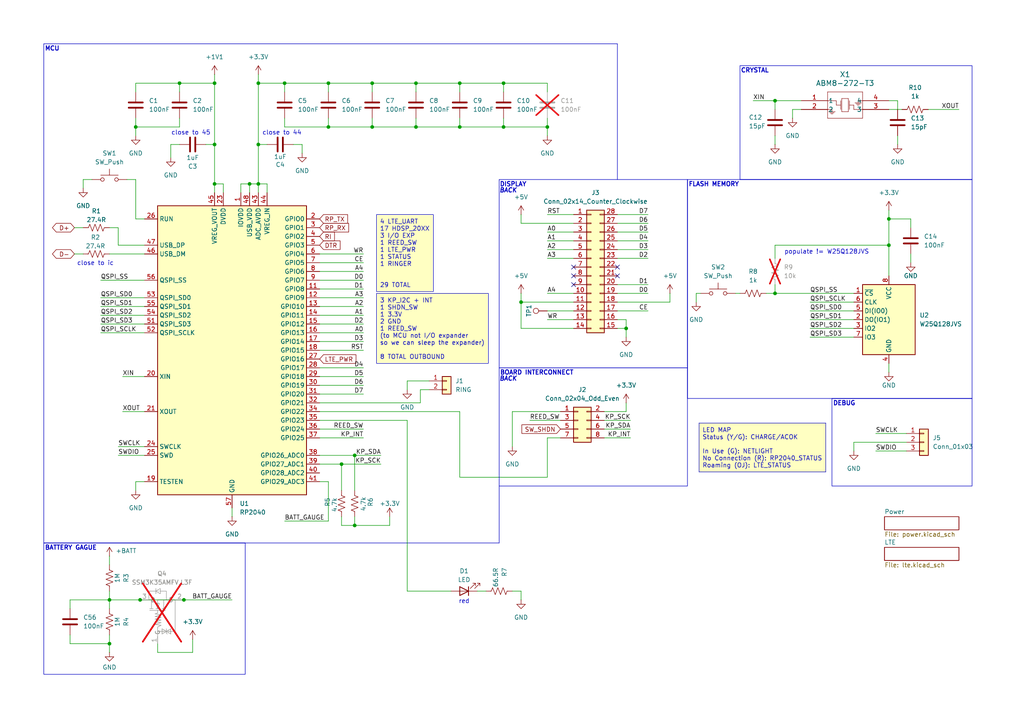
<source format=kicad_sch>
(kicad_sch (version 20231120) (generator "eeschema") (generator_version "8.0")
  (paper "A4")
  (title_block (title "Motorola MicroTAC 4G LTE Retrofit: MCU") (date "2024-10-27") (rev "1.2") (company "Tyler Ramsawak"))
  (lib_symbols
    (symbol "ABM8_272_T3:ABM8-272-T3" (pin_names (offset 0.254))
      (property "Reference" "X" (at 12.7 7.62 0))
      (property "Value" "ABM8-272-T3" (at 12.7 5.08 0))
      (symbol "ABM8-272-T3_0_1"
        (pin unspecified line (at 0 0 0) (length 7.62) (name "1") (number "1"))
        (pin unspecified line (at 0 -2.54 0) (length 7.62) (name "2") (number "2"))
        (pin unspecified line (at 25.4 -2.54 180) (length 7.62) (name "3") (number "3"))
        (pin unspecified line (at 25.4 0 180) (length 7.62) (name "4") (number "4"))
      )
    )
    (symbol "Connector:TestPoint" (pin_numbers hide) (pin_names (offset 0.762) hide)
      (property "Reference" "TP" (at 0 6.858 0))
      (property "Value" "TestPoint" (at 0 5.08 0))
      (symbol "TestPoint_1_1"
        (pin passive line (at 0 0 90) (length 2.54) (name "1") (number "1"))
      )
    )
    (symbol "Connector_Generic:Conn_01x02" (pin_names (offset 1.016) hide)
      (property "Reference" "J" (at 0 2.54 0))
      (property "Value" "Conn_01x02" (at 0 -5.08 0))
      (symbol "Conn_01x02_1_1"
        (pin passive line (at -5.08 0 0) (length 3.81) (name "Pin_1") (number "1"))
        (pin passive line (at -5.08 -2.54 0) (length 3.81) (name "Pin_2") (number "2"))
      )
    )
    (symbol "Connector_Generic:Conn_01x03" (pin_names (offset 1.016) hide)
      (property "Reference" "J" (at 0 5.08 0))
      (property "Value" "Conn_01x03" (at 0 -5.08 0))
      (symbol "Conn_01x03_1_1"
        (pin passive line (at -5.08 2.54 0) (length 3.81) (name "Pin_1") (number "1"))
        (pin passive line (at -5.08 0 0) (length 3.81) (name "Pin_2") (number "2"))
        (pin passive line (at -5.08 -2.54 0) (length 3.81) (name "Pin_3") (number "3"))
      )
    )
    (symbol "Connector_Generic:Conn_02x04_Odd_Even" (pin_names (offset 1.016) hide)
      (property "Reference" "J" (at 1.27 5.08 0))
      (property "Value" "Conn_02x04_Odd_Even" (at 1.27 -7.62 0))
      (symbol "Conn_02x04_Odd_Even_1_1"
        (pin passive line (at -5.08 2.54 0) (length 3.81) (name "Pin_1") (number "1"))
        (pin passive line (at 7.62 2.54 180) (length 3.81) (name "Pin_2") (number "2"))
        (pin passive line (at -5.08 0 0) (length 3.81) (name "Pin_3") (number "3"))
        (pin passive line (at 7.62 0 180) (length 3.81) (name "Pin_4") (number "4"))
        (pin passive line (at -5.08 -2.54 0) (length 3.81) (name "Pin_5") (number "5"))
        (pin passive line (at 7.62 -2.54 180) (length 3.81) (name "Pin_6") (number "6"))
        (pin passive line (at -5.08 -5.08 0) (length 3.81) (name "Pin_7") (number "7"))
        (pin passive line (at 7.62 -5.08 180) (length 3.81) (name "Pin_8") (number "8"))
      )
    )
    (symbol "Connector_Generic:Conn_02x14_Counter_Clockwise" (pin_names (offset 1.016) hide)
      (property "Reference" "J" (at 1.27 17.78 0))
      (property "Value" "Conn_02x14_Counter_Clockwise" (at 1.27 -20.32 0))
      (symbol "Conn_02x14_Counter_Clockwise_1_1"
        (pin passive line (at -5.08 15.24 0) (length 3.81) (name "Pin_1") (number "1"))
        (pin passive line (at -5.08 -7.62 0) (length 3.81) (name "Pin_10") (number "10"))
        (pin passive line (at -5.08 -10.16 0) (length 3.81) (name "Pin_11") (number "11"))
        (pin passive line (at -5.08 -12.7 0) (length 3.81) (name "Pin_12") (number "12"))
        (pin passive line (at -5.08 -15.24 0) (length 3.81) (name "Pin_13") (number "13"))
        (pin passive line (at -5.08 -17.78 0) (length 3.81) (name "Pin_14") (number "14"))
        (pin passive line (at 7.62 -17.78 180) (length 3.81) (name "Pin_15") (number "15"))
        (pin passive line (at 7.62 -15.24 180) (length 3.81) (name "Pin_16") (number "16"))
        (pin passive line (at 7.62 -12.7 180) (length 3.81) (name "Pin_17") (number "17"))
        (pin passive line (at 7.62 -10.16 180) (length 3.81) (name "Pin_18") (number "18"))
        (pin passive line (at 7.62 -7.62 180) (length 3.81) (name "Pin_19") (number "19"))
        (pin passive line (at -5.08 12.7 0) (length 3.81) (name "Pin_2") (number "2"))
        (pin passive line (at 7.62 -5.08 180) (length 3.81) (name "Pin_20") (number "20"))
        (pin passive line (at 7.62 -2.54 180) (length 3.81) (name "Pin_21") (number "21"))
        (pin passive line (at 7.62 0 180) (length 3.81) (name "Pin_22") (number "22"))
        (pin passive line (at 7.62 2.54 180) (length 3.81) (name "Pin_23") (number "23"))
        (pin passive line (at 7.62 5.08 180) (length 3.81) (name "Pin_24") (number "24"))
        (pin passive line (at 7.62 7.62 180) (length 3.81) (name "Pin_25") (number "25"))
        (pin passive line (at 7.62 10.16 180) (length 3.81) (name "Pin_26") (number "26"))
        (pin passive line (at 7.62 12.7 180) (length 3.81) (name "Pin_27") (number "27"))
        (pin passive line (at 7.62 15.24 180) (length 3.81) (name "Pin_28") (number "28"))
        (pin passive line (at -5.08 10.16 0) (length 3.81) (name "Pin_3") (number "3"))
        (pin passive line (at -5.08 7.62 0) (length 3.81) (name "Pin_4") (number "4"))
        (pin passive line (at -5.08 5.08 0) (length 3.81) (name "Pin_5") (number "5"))
        (pin passive line (at -5.08 2.54 0) (length 3.81) (name "Pin_6") (number "6"))
        (pin passive line (at -5.08 0 0) (length 3.81) (name "Pin_7") (number "7"))
        (pin passive line (at -5.08 -2.54 0) (length 3.81) (name "Pin_8") (number "8"))
        (pin passive line (at -5.08 -5.08 0) (length 3.81) (name "Pin_9") (number "9"))
      )
    )
    (symbol "Device:C" (pin_numbers hide) (pin_names (offset 0.254))
      (property "Reference" "C" (at 0.635 2.54 0))
      (property "Value" "C" (at 0.635 -2.54 0))
      (symbol "C_1_1"
        (pin passive line (at 0 3.81 270) (length 2.794) (name "~") (number "1"))
        (pin passive line (at 0 -3.81 90) (length 2.794) (name "~") (number "2"))
      )
    )
    (symbol "Device:LED" (pin_numbers hide) (pin_names (offset 1.016) hide)
      (property "Reference" "D" (at 0 2.54 0))
      (property "Value" "LED" (at 0 -2.54 0))
      (symbol "LED_1_1"
        (pin passive line (at -3.81 0 0) (length 2.54) (name "K") (number "1"))
        (pin passive line (at 3.81 0 180) (length 2.54) (name "A") (number "2"))
      )
    )
    (symbol "Device:R_US" (pin_numbers hide) (pin_names (offset 0))
      (property "Reference" "R" (at 2.54 0 90))
      (property "Value" "R_US" (at -2.54 0 90))
      (symbol "R_US_1_1"
        (pin passive line (at 0 3.81 270) (length 1.27) (name "~") (number "1"))
        (pin passive line (at 0 -3.81 90) (length 1.27) (name "~") (number "2"))
      )
    )
    (symbol "MCU_RaspberryPi:RP2040"
      (property "Reference" "U" (at 17.78 45.72 0))
      (property "Value" "RP2040" (at 17.78 43.18 0))
      (symbol "RP2040_1_1"
        (pin power_in line (at 2.54 45.72 270) (length 3.81) (name "IOVDD") (number "1"))
        (pin passive line (at 2.54 45.72 270) (length 3.81) hide (name "IOVDD") (number "10"))
        (pin bidirectional line (at 25.4 17.78 180) (length 3.81) (name "GPIO8") (number "11"))
        (pin bidirectional line (at 25.4 15.24 180) (length 3.81) (name "GPIO9") (number "12"))
        (pin bidirectional line (at 25.4 12.7 180) (length 3.81) (name "GPIO10") (number "13"))
        (pin bidirectional line (at 25.4 10.16 180) (length 3.81) (name "GPIO11") (number "14"))
        (pin bidirectional line (at 25.4 7.62 180) (length 3.81) (name "GPIO12") (number "15"))
        (pin bidirectional line (at 25.4 5.08 180) (length 3.81) (name "GPIO13") (number "16"))
        (pin bidirectional line (at 25.4 2.54 180) (length 3.81) (name "GPIO14") (number "17"))
        (pin bidirectional line (at 25.4 0 180) (length 3.81) (name "GPIO15") (number "18"))
        (pin input line (at -25.4 -38.1 0) (length 3.81) (name "TESTEN") (number "19"))
        (pin bidirectional line (at 25.4 38.1 180) (length 3.81) (name "GPIO0") (number "2"))
        (pin input line (at -25.4 -7.62 0) (length 3.81) (name "XIN") (number "20"))
        (pin passive line (at -25.4 -17.78 0) (length 3.81) (name "XOUT") (number "21"))
        (pin passive line (at 2.54 45.72 270) (length 3.81) hide (name "IOVDD") (number "22"))
        (pin power_in line (at -2.54 45.72 270) (length 3.81) (name "DVDD") (number "23"))
        (pin input line (at -25.4 -27.94 0) (length 3.81) (name "SWCLK") (number "24"))
        (pin bidirectional line (at -25.4 -30.48 0) (length 3.81) (name "SWD") (number "25"))
        (pin input line (at -25.4 38.1 0) (length 3.81) (name "RUN") (number "26"))
        (pin bidirectional line (at 25.4 -2.54 180) (length 3.81) (name "GPIO16") (number "27"))
        (pin bidirectional line (at 25.4 -5.08 180) (length 3.81) (name "GPIO17") (number "28"))
        (pin bidirectional line (at 25.4 -7.62 180) (length 3.81) (name "GPIO18") (number "29"))
        (pin bidirectional line (at 25.4 35.56 180) (length 3.81) (name "GPIO1") (number "3"))
        (pin bidirectional line (at 25.4 -10.16 180) (length 3.81) (name "GPIO19") (number "30"))
        (pin bidirectional line (at 25.4 -12.7 180) (length 3.81) (name "GPIO20") (number "31"))
        (pin bidirectional line (at 25.4 -15.24 180) (length 3.81) (name "GPIO21") (number "32"))
        (pin passive line (at 2.54 45.72 270) (length 3.81) hide (name "IOVDD") (number "33"))
        (pin bidirectional line (at 25.4 -17.78 180) (length 3.81) (name "GPIO22") (number "34"))
        (pin bidirectional line (at 25.4 -20.32 180) (length 3.81) (name "GPIO23") (number "35"))
        (pin bidirectional line (at 25.4 -22.86 180) (length 3.81) (name "GPIO24") (number "36"))
        (pin bidirectional line (at 25.4 -25.4 180) (length 3.81) (name "GPIO25") (number "37"))
        (pin bidirectional line (at 25.4 -30.48 180) (length 3.81) (name "GPIO26_ADC0") (number "38"))
        (pin bidirectional line (at 25.4 -33.02 180) (length 3.81) (name "GPIO27_ADC1") (number "39"))
        (pin bidirectional line (at 25.4 33.02 180) (length 3.81) (name "GPIO2") (number "4"))
        (pin bidirectional line (at 25.4 -35.56 180) (length 3.81) (name "GPIO28_ADC2") (number "40"))
        (pin bidirectional line (at 25.4 -38.1 180) (length 3.81) (name "GPIO29_ADC3") (number "41"))
        (pin passive line (at 2.54 45.72 270) (length 3.81) hide (name "IOVDD") (number "42"))
        (pin power_in line (at 7.62 45.72 270) (length 3.81) (name "ADC_AVDD") (number "43"))
        (pin power_in line (at 10.16 45.72 270) (length 3.81) (name "VREG_IN") (number "44"))
        (pin power_out line (at -5.08 45.72 270) (length 3.81) (name "VREG_VOUT") (number "45"))
        (pin bidirectional line (at -25.4 27.94 0) (length 3.81) (name "USB_DM") (number "46"))
        (pin bidirectional line (at -25.4 30.48 0) (length 3.81) (name "USB_DP") (number "47"))
        (pin power_in line (at 5.08 45.72 270) (length 3.81) (name "USB_VDD") (number "48"))
        (pin passive line (at 2.54 45.72 270) (length 3.81) hide (name "IOVDD") (number "49"))
        (pin bidirectional line (at 25.4 30.48 180) (length 3.81) (name "GPIO3") (number "5"))
        (pin passive line (at -2.54 45.72 270) (length 3.81) hide (name "DVDD") (number "50"))
        (pin bidirectional line (at -25.4 7.62 0) (length 3.81) (name "QSPI_SD3") (number "51"))
        (pin output line (at -25.4 5.08 0) (length 3.81) (name "QSPI_SCLK") (number "52"))
        (pin bidirectional line (at -25.4 15.24 0) (length 3.81) (name "QSPI_SD0") (number "53"))
        (pin bidirectional line (at -25.4 10.16 0) (length 3.81) (name "QSPI_SD2") (number "54"))
        (pin bidirectional line (at -25.4 12.7 0) (length 3.81) (name "QSPI_SD1") (number "55"))
        (pin bidirectional line (at -25.4 20.32 0) (length 3.81) (name "QSPI_SS") (number "56"))
        (pin power_in line (at 0 -45.72 90) (length 3.81) (name "GND") (number "57"))
        (pin bidirectional line (at 25.4 27.94 180) (length 3.81) (name "GPIO4") (number "6"))
        (pin bidirectional line (at 25.4 25.4 180) (length 3.81) (name "GPIO5") (number "7"))
        (pin bidirectional line (at 25.4 22.86 180) (length 3.81) (name "GPIO6") (number "8"))
        (pin bidirectional line (at 25.4 20.32 180) (length 3.81) (name "GPIO7") (number "9"))
      )
    )
    (symbol "Memory_Flash:W25Q128JVS"
      (property "Reference" "U" (at -8.89 8.89 0))
      (property "Value" "W25Q128JVS" (at 7.62 8.89 0))
      (symbol "W25Q128JVS_1_1"
        (pin input line (at -10.16 7.62 0) (length 2.54) (name "~{CS}") (number "1"))
        (pin bidirectional line (at -10.16 0 0) (length 2.54) (name "DO(IO1)") (number "2"))
        (pin bidirectional line (at -10.16 -2.54 0) (length 2.54) (name "IO2") (number "3"))
        (pin power_in line (at 0 -12.7 90) (length 2.54) (name "GND") (number "4"))
        (pin bidirectional line (at -10.16 2.54 0) (length 2.54) (name "DI(IO0)") (number "5"))
        (pin input line (at -10.16 5.08 0) (length 2.54) (name "CLK") (number "6"))
        (pin bidirectional line (at -10.16 -5.08 0) (length 2.54) (name "IO3") (number "7"))
        (pin power_in line (at 0 12.7 270) (length 2.54) (name "VCC") (number "8"))
      )
    )
    (symbol "Switch:SW_Push" (pin_numbers hide) (pin_names (offset 1.016) hide)
      (property "Reference" "SW" (at 1.27 2.54 0))
      (property "Value" "SW_Push" (at 0 -1.524 0))
      (symbol "SW_Push_0_1"
        (pin passive line (at -5.08 0 0) (length 2.54) (name "1") (number "1"))
        (pin passive line (at 5.08 0 180) (length 2.54) (name "2") (number "2"))
      )
    )
    (symbol "easyeda2kicad:SSM3K35AMFV,L3F"
      (property "Reference" "Q" (at 0 10.16 0))
      (property "Value" "SSM3K35AMFV,L3F" (at 0 -12.7 0))
      (symbol "SSM3K35AMFV,L3F_0_1"
        (pin unspecified line (at -12.7 0 0) (length 2.032) (name "G") (number "1"))
        (pin unspecified line (at 0 -7.62 90) (length 2.54) (name "S") (number "2"))
        (pin unspecified line (at 0 5.08 270) (length 2.54) (name "D") (number "3"))
      )
    )
    (symbol "power:+1V1" (power) (pin_numbers hide) (pin_names (offset 0) hide)
      (property "Value" "+1V1" (at 0 3.556 0))
      (symbol "+1V1_1_1"
        (pin power_in line (at 0 0 90) (length 0) (name "~") (number "1"))
      )
    )
    (symbol "power:+3.3V" (power) (pin_numbers hide) (pin_names (offset 0) hide)
      (property "Value" "+3.3V" (at 0 3.556 0))
      (symbol "+3.3V_1_1"
        (pin power_in line (at 0 0 90) (length 0) (name "~") (number "1"))
      )
    )
    (symbol "power:+5V" (power) (pin_numbers hide) (pin_names (offset 0) hide)
      (property "Value" "+5V" (at 0 3.556 0))
      (symbol "+5V_1_1"
        (pin power_in line (at 0 0 90) (length 0) (name "~") (number "1"))
      )
    )
    (symbol "power:+BATT" (power) (pin_numbers hide) (pin_names (offset 0) hide)
      (property "Value" "+BATT" (at 0 3.556 0))
      (symbol "+BATT_1_1"
        (pin power_in line (at 0 0 90) (length 0) (name "~") (number "1"))
      )
    )
    (symbol "power:GND" (power) (pin_numbers hide) (pin_names (offset 0) hide)
      (property "Value" "GND" (at 0 -3.81 0))
      (symbol "GND_1_1"
        (pin power_in line (at 0 0 270) (length 0) (name "~") (number "1"))
      )
    )
  )
  (junction (at 158.75 36.83))
  (junction (at 72.39 53.34))
  (junction (at 133.35 24.13))
  (junction (at 62.23 24.13))
  (junction (at 31.75 186.69))
  (junction (at 74.93 24.13))
  (junction (at 146.05 36.83))
  (junction (at 62.23 41.91))
  (junction (at 257.81 63.5))
  (junction (at 62.23 53.34))
  (junction (at 120.65 24.13))
  (junction (at 102.87 152.4))
  (junction (at 82.55 24.13))
  (junction (at 107.95 36.83))
  (junction (at 133.35 36.83))
  (junction (at 181.61 95.25))
  (junction (at 74.93 41.91))
  (junction (at 52.07 24.13))
  (junction (at 31.75 173.99))
  (junction (at 102.87 132.08))
  (junction (at 95.25 36.83))
  (junction (at 224.79 29.21))
  (junction (at 40.64 173.99))
  (junction (at 95.25 24.13))
  (junction (at 53.34 173.99))
  (junction (at 39.37 36.83))
  (junction (at 107.95 24.13))
  (junction (at 257.81 71.12))
  (junction (at 151.13 87.63))
  (junction (at 224.79 85.09))
  (junction (at 146.05 24.13))
  (junction (at 74.93 53.34))
  (junction (at 99.06 134.62))
  (junction (at 120.65 36.83))
  (no_connect (at 166.37 77.47))
  (no_connect (at 179.07 80.01))
  (no_connect (at 179.07 77.47))
  (no_connect (at 166.37 80.01))
  (no_connect (at 166.37 82.55))
  (wire (pts (xy 260.35 39.37) (xy 260.35 41.91)))
  (wire (pts (xy 34.29 66.04) (xy 31.75 66.04)))
  (wire (pts (xy 158.75 92.71) (xy 166.37 92.71)))
  (wire (pts (xy 40.64 173.99) (xy 53.34 173.99)))
  (wire (pts (xy 120.65 24.13) (xy 120.65 26.67)))
  (wire (pts (xy 179.07 92.71) (xy 181.61 92.71)))
  (wire (pts (xy 62.23 21.59) (xy 62.23 24.13)))
  (wire (pts (xy 29.21 81.28) (xy 41.91 81.28)))
  (wire (pts (xy 222.25 85.09) (xy 224.79 85.09)))
  (wire (pts (xy 31.75 173.99) (xy 31.75 171.45)))
  (wire (pts (xy 229.87 31.75) (xy 229.87 34.29)))
  (wire (pts (xy 194.31 85.09) (xy 194.31 87.63)))
  (wire (pts (xy 121.92 113.03) (xy 121.92 116.84)))
  (wire (pts (xy 257.81 107.95) (xy 257.81 105.41)))
  (wire (pts (xy 31.75 173.99) (xy 20.32 173.99)))
  (wire (pts (xy 181.61 116.84) (xy 181.61 119.38)))
  (wire (pts (xy 82.55 24.13) (xy 74.93 24.13)))
  (wire (pts (xy 133.35 138.43) (xy 158.75 138.43)))
  (wire (pts (xy 92.71 101.6) (xy 105.41 101.6)))
  (wire (pts (xy 53.34 173.99) (xy 67.31 173.99)))
  (wire (pts (xy 179.07 95.25) (xy 181.61 95.25)))
  (wire (pts (xy 41.91 63.5) (xy 39.37 63.5)))
  (wire (pts (xy 49.53 45.72) (xy 49.53 41.91)))
  (wire (pts (xy 264.16 66.04) (xy 264.16 63.5)))
  (wire (pts (xy 92.71 109.22) (xy 105.41 109.22)))
  (wire (pts (xy 254 125.73) (xy 262.89 125.73)))
  (wire (pts (xy 102.87 132.08) (xy 92.71 132.08)))
  (wire (pts (xy 187.96 64.77) (xy 179.07 64.77)))
  (wire (pts (xy 92.71 88.9) (xy 105.41 88.9)))
  (wire (pts (xy 181.61 119.38) (xy 175.26 119.38)))
  (wire (pts (xy 82.55 34.29) (xy 82.55 36.83)))
  (wire (pts (xy 102.87 152.4) (xy 113.03 152.4)))
  (wire (pts (xy 31.75 186.69) (xy 31.75 184.15)))
  (wire (pts (xy 74.93 21.59) (xy 74.93 24.13)))
  (wire (pts (xy 158.75 85.09) (xy 166.37 85.09)))
  (wire (pts (xy 130.81 171.45) (xy 118.11 171.45)))
  (wire (pts (xy 95.25 24.13) (xy 107.95 24.13)))
  (wire (pts (xy 77.47 41.91) (xy 74.93 41.91)))
  (wire (pts (xy 82.55 24.13) (xy 95.25 24.13)))
  (wire (pts (xy 39.37 36.83) (xy 39.37 34.29)))
  (wire (pts (xy 99.06 149.86) (xy 99.06 152.4)))
  (wire (pts (xy 26.67 52.07) (xy 24.13 52.07)))
  (wire (pts (xy 158.75 24.13) (xy 158.75 26.67)))
  (wire (pts (xy 59.69 41.91) (xy 62.23 41.91)))
  (wire (pts (xy 224.79 85.09) (xy 247.65 85.09)))
  (wire (pts (xy 218.44 29.21) (xy 224.79 29.21)))
  (wire (pts (xy 158.75 90.17) (xy 166.37 90.17)))
  (wire (pts (xy 187.96 69.85) (xy 179.07 69.85)))
  (wire (pts (xy 257.81 63.5) (xy 257.81 71.12)))
  (wire (pts (xy 39.37 39.37) (xy 39.37 36.83)))
  (wire (pts (xy 92.71 78.74) (xy 105.41 78.74)))
  (wire (pts (xy 158.75 138.43) (xy 158.75 127)))
  (wire (pts (xy 158.75 72.39) (xy 166.37 72.39)))
  (wire (pts (xy 95.25 24.13) (xy 95.25 26.67)))
  (wire (pts (xy 224.79 39.37) (xy 224.79 41.91)))
  (wire (pts (xy 257.81 71.12) (xy 257.81 80.01)))
  (wire (pts (xy 120.65 36.83) (xy 133.35 36.83)))
  (wire (pts (xy 133.35 26.67) (xy 133.35 24.13)))
  (wire (pts (xy 257.81 63.5) (xy 264.16 63.5)))
  (wire (pts (xy 34.29 71.12) (xy 34.29 66.04)))
  (wire (pts (xy 92.71 116.84) (xy 121.92 116.84)))
  (wire (pts (xy 77.47 53.34) (xy 77.47 55.88)))
  (wire (pts (xy 92.71 83.82) (xy 105.41 83.82)))
  (wire (pts (xy 257.81 60.96) (xy 257.81 63.5)))
  (wire (pts (xy 52.07 26.67) (xy 52.07 24.13)))
  (wire (pts (xy 92.71 106.68) (xy 105.41 106.68)))
  (wire (pts (xy 29.21 91.44) (xy 41.91 91.44)))
  (wire (pts (xy 85.09 41.91) (xy 87.63 41.91)))
  (wire (pts (xy 92.71 96.52) (xy 105.41 96.52)))
  (wire (pts (xy 118.11 110.49) (xy 118.11 113.03)))
  (polyline (pts (xy 179.07 12.7) (xy 179.07 52.07)))
  (wire (pts (xy 151.13 171.45) (xy 151.13 173.99)))
  (wire (pts (xy 87.63 44.45) (xy 87.63 41.91)))
  (wire (pts (xy 158.75 127) (xy 162.56 127)))
  (wire (pts (xy 92.71 111.76) (xy 105.41 111.76)))
  (polyline (pts (xy 12.7 12.7) (xy 179.07 12.7)))
  (wire (pts (xy 146.05 24.13) (xy 158.75 24.13)))
  (wire (pts (xy 158.75 69.85) (xy 166.37 69.85)))
  (wire (pts (xy 224.79 29.21) (xy 224.79 31.75)))
  (wire (pts (xy 92.71 114.3) (xy 105.41 114.3)))
  (wire (pts (xy 69.85 55.88) (xy 69.85 53.34)))
  (wire (pts (xy 166.37 95.25) (xy 151.13 95.25)))
  (wire (pts (xy 102.87 149.86) (xy 102.87 152.4)))
  (wire (pts (xy 151.13 87.63) (xy 151.13 95.25)))
  (wire (pts (xy 138.43 171.45) (xy 140.97 171.45)))
  (wire (pts (xy 182.88 121.92) (xy 175.26 121.92)))
  (wire (pts (xy 95.25 139.7) (xy 92.71 139.7)))
  (wire (pts (xy 118.11 121.92) (xy 118.11 171.45)))
  (wire (pts (xy 187.96 85.09) (xy 179.07 85.09)))
  (wire (pts (xy 133.35 36.83) (xy 146.05 36.83)))
  (wire (pts (xy 39.37 52.07) (xy 36.83 52.07)))
  (wire (pts (xy 224.79 74.93) (xy 224.79 71.12)))
  (wire (pts (xy 95.25 151.13) (xy 95.25 139.7)))
  (wire (pts (xy 124.46 113.03) (xy 121.92 113.03)))
  (wire (pts (xy 39.37 63.5) (xy 39.37 52.07)))
  (wire (pts (xy 92.71 93.98) (xy 105.41 93.98)))
  (wire (pts (xy 182.88 124.46) (xy 175.26 124.46)))
  (wire (pts (xy 146.05 36.83) (xy 146.05 34.29)))
  (wire (pts (xy 29.21 93.98) (xy 41.91 93.98)))
  (polyline (pts (xy 144.78 157.48) (xy 12.7 157.48)))
  (wire (pts (xy 158.75 39.37) (xy 158.75 36.83)))
  (wire (pts (xy 234.95 92.71) (xy 247.65 92.71)))
  (wire (pts (xy 254 130.81) (xy 262.89 130.81)))
  (wire (pts (xy 234.95 90.17) (xy 247.65 90.17)))
  (wire (pts (xy 99.06 152.4) (xy 102.87 152.4)))
  (wire (pts (xy 29.21 88.9) (xy 41.91 88.9)))
  (wire (pts (xy 151.13 171.45) (xy 148.59 171.45)))
  (wire (pts (xy 232.41 31.75) (xy 229.87 31.75)))
  (wire (pts (xy 110.49 132.08) (xy 102.87 132.08)))
  (wire (pts (xy 39.37 24.13) (xy 39.37 26.67)))
  (wire (pts (xy 124.46 110.49) (xy 118.11 110.49)))
  (wire (pts (xy 62.23 24.13) (xy 62.23 41.91)))
  (wire (pts (xy 92.71 86.36) (xy 105.41 86.36)))
  (wire (pts (xy 55.88 185.42) (xy 55.88 189.23)))
  (wire (pts (xy 52.07 34.29) (xy 52.07 36.83)))
  (wire (pts (xy 166.37 64.77) (xy 151.13 64.77)))
  (wire (pts (xy 120.65 34.29) (xy 120.65 36.83)))
  (wire (pts (xy 234.95 95.25) (xy 247.65 95.25)))
  (wire (pts (xy 29.21 96.52) (xy 41.91 96.52)))
  (wire (pts (xy 107.95 36.83) (xy 120.65 36.83)))
  (wire (pts (xy 55.88 189.23) (xy 45.72 189.23)))
  (wire (pts (xy 257.81 29.21) (xy 260.35 29.21)))
  (wire (pts (xy 194.31 87.63) (xy 179.07 87.63)))
  (wire (pts (xy 234.95 97.79) (xy 247.65 97.79)))
  (wire (pts (xy 29.21 86.36) (xy 41.91 86.36)))
  (wire (pts (xy 31.75 161.29) (xy 31.75 163.83)))
  (wire (pts (xy 95.25 34.29) (xy 95.25 36.83)))
  (wire (pts (xy 182.88 127) (xy 175.26 127)))
  (wire (pts (xy 92.71 91.44) (xy 105.41 91.44)))
  (wire (pts (xy 20.32 184.15) (xy 20.32 186.69)))
  (wire (pts (xy 20.32 186.69) (xy 31.75 186.69)))
  (wire (pts (xy 247.65 128.27) (xy 262.89 128.27)))
  (wire (pts (xy 67.31 149.86) (xy 67.31 147.32)))
  (wire (pts (xy 181.61 95.25) (xy 181.61 97.79)))
  (wire (pts (xy 133.35 34.29) (xy 133.35 36.83)))
  (wire (pts (xy 31.75 73.66) (xy 41.91 73.66)))
  (wire (pts (xy 92.71 76.2) (xy 105.41 76.2)))
  (polyline (pts (xy 144.78 140.97) (xy 144.78 157.48)))
  (wire (pts (xy 72.39 53.34) (xy 74.93 53.34)))
  (wire (pts (xy 74.93 41.91) (xy 74.93 53.34)))
  (wire (pts (xy 158.75 74.93) (xy 166.37 74.93)))
  (wire (pts (xy 187.96 62.23) (xy 179.07 62.23)))
  (wire (pts (xy 234.95 87.63) (xy 247.65 87.63)))
  (wire (pts (xy 102.87 132.08) (xy 102.87 142.24)))
  (wire (pts (xy 35.56 119.38) (xy 41.91 119.38)))
  (wire (pts (xy 92.71 73.66) (xy 105.41 73.66)))
  (wire (pts (xy 213.36 85.09) (xy 214.63 85.09)))
  (wire (pts (xy 62.23 53.34) (xy 62.23 55.88)))
  (wire (pts (xy 120.65 24.13) (xy 133.35 24.13)))
  (wire (pts (xy 99.06 142.24) (xy 99.06 134.62)))
  (wire (pts (xy 74.93 53.34) (xy 74.93 55.88)))
  (wire (pts (xy 269.24 31.75) (xy 278.13 31.75)))
  (wire (pts (xy 105.41 124.46) (xy 92.71 124.46)))
  (wire (pts (xy 24.13 66.04) (xy 21.59 66.04)))
  (wire (pts (xy 45.72 189.23) (xy 45.72 186.69)))
  (wire (pts (xy 74.93 24.13) (xy 74.93 41.91)))
  (wire (pts (xy 95.25 36.83) (xy 107.95 36.83)))
  (wire (pts (xy 69.85 53.34) (xy 72.39 53.34)))
  (wire (pts (xy 92.71 121.92) (xy 118.11 121.92)))
  (wire (pts (xy 64.77 55.88) (xy 64.77 53.34)))
  (wire (pts (xy 92.71 127) (xy 105.41 127)))
  (wire (pts (xy 247.65 128.27) (xy 247.65 130.81)))
  (polyline (pts (xy 12.7 157.48) (xy 12.7 12.7)))
  (wire (pts (xy 148.59 119.38) (xy 162.56 119.38)))
  (wire (pts (xy 31.75 189.23) (xy 31.75 186.69)))
  (wire (pts (xy 24.13 52.07) (xy 24.13 54.61)))
  (wire (pts (xy 151.13 64.77) (xy 151.13 62.23)))
  (wire (pts (xy 52.07 24.13) (xy 39.37 24.13)))
  (wire (pts (xy 20.32 173.99) (xy 20.32 176.53)))
  (wire (pts (xy 31.75 176.53) (xy 31.75 173.99)))
  (wire (pts (xy 224.79 85.09) (xy 224.79 82.55)))
  (wire (pts (xy 92.71 134.62) (xy 99.06 134.62)))
  (wire (pts (xy 181.61 92.71) (xy 181.61 95.25)))
  (wire (pts (xy 92.71 119.38) (xy 133.35 119.38)))
  (wire (pts (xy 24.13 73.66) (xy 21.59 73.66)))
  (wire (pts (xy 187.96 72.39) (xy 179.07 72.39)))
  (wire (pts (xy 201.93 85.09) (xy 201.93 87.63)))
  (wire (pts (xy 153.67 121.92) (xy 162.56 121.92)))
  (wire (pts (xy 151.13 85.09) (xy 151.13 87.63)))
  (wire (pts (xy 158.75 34.29) (xy 158.75 36.83)))
  (wire (pts (xy 82.55 36.83) (xy 95.25 36.83)))
  (wire (pts (xy 224.79 71.12) (xy 257.81 71.12)))
  (wire (pts (xy 34.29 132.08) (xy 41.91 132.08)))
  (wire (pts (xy 41.91 71.12) (xy 34.29 71.12)))
  (wire (pts (xy 82.55 26.67) (xy 82.55 24.13)))
  (wire (pts (xy 151.13 87.63) (xy 166.37 87.63)))
  (wire (pts (xy 260.35 29.21) (xy 260.35 31.75)))
  (wire (pts (xy 113.03 152.4) (xy 113.03 149.86)))
  (wire (pts (xy 62.23 41.91) (xy 62.23 53.34)))
  (wire (pts (xy 133.35 24.13) (xy 146.05 24.13)))
  (wire (pts (xy 133.35 119.38) (xy 133.35 138.43)))
  (wire (pts (xy 187.96 82.55) (xy 179.07 82.55)))
  (wire (pts (xy 187.96 90.17) (xy 179.07 90.17)))
  (wire (pts (xy 264.16 76.2) (xy 264.16 73.66)))
  (wire (pts (xy 158.75 67.31) (xy 166.37 67.31)))
  (wire (pts (xy 107.95 24.13) (xy 120.65 24.13)))
  (wire (pts (xy 40.64 173.99) (xy 31.75 173.99)))
  (wire (pts (xy 187.96 74.93) (xy 179.07 74.93)))
  (wire (pts (xy 52.07 24.13) (xy 62.23 24.13)))
  (wire (pts (xy 107.95 34.29) (xy 107.95 36.83)))
  (wire (pts (xy 52.07 36.83) (xy 39.37 36.83)))
  (wire (pts (xy 39.37 139.7) (xy 41.91 139.7)))
  (wire (pts (xy 35.56 109.22) (xy 41.91 109.22)))
  (wire (pts (xy 92.71 81.28) (xy 105.41 81.28)))
  (wire (pts (xy 148.59 119.38) (xy 148.59 129.54)))
  (wire (pts (xy 232.41 29.21) (xy 224.79 29.21)))
  (wire (pts (xy 39.37 142.24) (xy 39.37 139.7)))
  (wire (pts (xy 52.07 41.91) (xy 49.53 41.91)))
  (wire (pts (xy 74.93 53.34) (xy 77.47 53.34)))
  (wire (pts (xy 107.95 24.13) (xy 107.95 26.67)))
  (wire (pts (xy 64.77 53.34) (xy 62.23 53.34)))
  (wire (pts (xy 146.05 24.13) (xy 146.05 26.67)))
  (wire (pts (xy 82.55 151.13) (xy 95.25 151.13)))
  (wire (pts (xy 257.81 31.75) (xy 261.62 31.75)))
  (wire (pts (xy 146.05 36.83) (xy 158.75 36.83)))
  (wire (pts (xy 72.39 53.34) (xy 72.39 55.88)))
  (wire (pts (xy 99.06 134.62) (xy 110.49 134.62)))
  (wire (pts (xy 34.29 129.54) (xy 41.91 129.54)))
  (wire (pts (xy 92.71 99.06) (xy 105.41 99.06)))
  (wire (pts (xy 203.2 85.09) (xy 201.93 85.09)))
  (wire (pts (xy 187.96 67.31) (xy 179.07 67.31)))
  (wire (pts (xy 158.75 62.23) (xy 166.37 62.23)))
  (rectangle (start 241.3 115.57) (end 281.94 140.97))
  (rectangle (start 144.78 52.07) (end 199.39 106.68))
  (rectangle (start 214.63 19.05) (end 281.94 52.07))
  (rectangle (start 144.78 106.68) (end 199.39 140.97))
  (rectangle (start 12.7 157.48) (end 71.12 195.58))
  (rectangle (start 199.39 52.07) (end 281.94 115.57))
  (text_box "4 LTE_UART\n17 HDSP_20XX\n3 I/O EXP\n1 REED_SW\n1 LTE_PWR\n1 STATUS\n1 RINGER\n\n\n29 TOTAL" (at 109.22 62.23 0) (size 16.4472 22.35) (fill (type color) (color 255 255 194 1)) (effects (font (size 1.27 1.27)) (justify left)))
  (text_box "LED MAP\nStatus (Y/G): CHARGE/ACOK\n\nIn Use (G): NETLIGHT\nNo Connection (R): RP2040_STATUS\nRoaming (OJ): LTE_STATUS" (at 202.7555 122.7083 0) (size 36.7671 14.1714) (fill (type color) (color 255 255 194 1)) (effects (font (size 1.27 1.27)) (justify left)))
  (text_box "3 KP_I2C + INT\n1 SHDN_SW\n1 3.3V\n2 GND\n1 REED_SW\n(to MCU not I/O expander\nso we can sleep the expander)\n\n8 TOTAL OUTBOUND\n" (at 109.22 85.09 0) (size 32.4128 20.3053) (fill (type color) (color 255 255 194 1)) (effects (font (size 1.27 1.27)) (justify left)))
  (text "BACK" (at 144.78 109.982 0) (effects (font (size 1.27 1.27) (thickness 0.254) (bold yes) (italic yes)) (justify left)))
  (text "close to 45" (at 55.372 38.608 0) (effects (font (size 1.27 1.27))))
  (text "CRYSTAL" (at 218.948 20.574 0) (effects (font (size 1.27 1.27) (bold yes))))
  (text "close to ic" (at 27.686 76.454 0) (effects (font (size 1.27 1.27))))
  (text "red" (at 134.62 174.498 0) (effects (font (size 1.27 1.27))))
  (text "DEBUG" (at 244.856 117.094 0) (effects (font (size 1.27 1.27) (thickness 0.254) (bold yes))))
  (text "MCU" (at 12.954 14.224 0) (effects (font (size 1.27 1.27) (bold yes)) (justify left)))
  (text "BOARD INTERCONNECT" (at 155.702 108.204 0) (effects (font (size 1.27 1.27) (thickness 0.254) (bold yes))))
  (text "BACK" (at 144.78 55.372 0) (effects (font (size 1.27 1.27) (thickness 0.254) (bold yes) (italic yes)) (justify left)))
  (text "DISPLAY" (at 148.844 53.594 0) (effects (font (size 1.27 1.27) (thickness 0.254) (bold yes))))
  (text "FLASH MEMORY" (at 199.644 52.832 0) (effects (font (size 1.27 1.27) (bold yes)) (justify left top)))
  (text "populate != W25Q128JVS" (at 239.776 73.152 0) (effects (font (size 1.27 1.27))))
  (text "BATTERY GAGUE" (at 12.954 159.004 0) (effects (font (size 1.27 1.27) (bold yes)) (justify left)))
  (text "close to 44" (at 81.788 38.608 0) (effects (font (size 1.27 1.27))))
  (label "D4" (at 105.41 106.68 180))
  (label "XOUT" (at 278.13 31.75 180))
  (label "D5" (at 187.96 67.31 180))
  (label "XOUT" (at 35.56 119.38 0))
  (label "A4" (at 105.41 78.74 180))
  (label "D2" (at 105.41 93.98 180))
  (label "RST" (at 158.75 62.23 0))
  (label "A0" (at 105.41 96.52 180))
  (label "D3" (at 187.96 72.39 180))
  (label "WR" (at 158.75 92.71 0))
  (label "CE" (at 187.96 90.17 180))
  (label "CE" (at 105.41 76.2 180))
  (label "D0" (at 187.96 85.09 180))
  (label "D3" (at 105.41 99.06 180))
  (label "A3" (at 158.75 74.93 0))
  (label "QSPI_SD3" (at 29.21 93.98 0))
  (label "KP_SCK" (at 182.88 121.92 180))
  (label "KP_SCK" (at 110.49 134.62 180))
  (label "QSPI_SD3" (at 234.95 97.79 0))
  (label "QSPI_SS" (at 29.21 81.28 0))
  (label "QSPI_SD1" (at 234.95 92.71 0))
  (label "KP_INT" (at 105.41 127 180))
  (label "REED_SW" (at 153.67 121.92 0))
  (label "A1" (at 158.75 69.85 0))
  (label "D1" (at 187.96 82.55 180))
  (label "A1" (at 105.41 91.44 180))
  (label "KP_SDA" (at 110.49 132.08 180))
  (label "QSPI_SD0" (at 234.95 90.17 0))
  (label "D5" (at 105.41 109.22 180))
  (label "SWCLK" (at 34.29 129.54 0))
  (label "D6" (at 105.41 111.76 180))
  (label "D2" (at 187.96 74.93 180))
  (label "A4" (at 158.75 85.09 0))
  (label "QSPI_SS" (at 234.95 85.09 0))
  (label "D4" (at 187.96 69.85 180))
  (label "KP_SDA" (at 182.88 124.46 180))
  (label "BATT_GAUGE" (at 82.55 151.13 0))
  (label "D0" (at 105.41 81.28 180))
  (label "A2" (at 105.41 88.9 180))
  (label "A0" (at 158.75 67.31 0))
  (label "QSPI_SCLK" (at 234.95 87.63 0))
  (label "SWDIO" (at 254 130.81 0))
  (label "A2" (at 158.75 72.39 0))
  (label "QSPI_SD2" (at 234.95 95.25 0))
  (label "SWCLK" (at 254 125.73 0))
  (label "RST" (at 105.41 101.6 180))
  (label "QSPI_SD2" (at 29.21 91.44 0))
  (label "QSPI_SD1" (at 29.21 88.9 0))
  (label "A3" (at 105.41 86.36 180))
  (label "XIN" (at 218.44 29.21 0))
  (label "D6" (at 187.96 64.77 180))
  (label "D7" (at 105.41 114.3 180))
  (label "SWDIO" (at 34.29 132.08 0))
  (label "WR" (at 105.41 73.66 180))
  (label "BATT_GAUGE" (at 67.31 173.99 180))
  (label "QSPI_SD0" (at 29.21 86.36 0))
  (label "XIN" (at 35.56 109.22 0))
  (label "REED_SW" (at 105.41 124.46 180))
  (label "QSPI_SCLK" (at 29.21 96.52 0))
  (label "D1" (at 105.41 83.82 180))
  (label "KP_INT" (at 182.88 127 180))
  (label "D7" (at 187.96 62.23 180))
  (global_label "RP_RX" (shape input) (at 92.71 66.04 0) (property "Intersheetrefs" "${INTERSHEET_REFS}" (effects (hide yes))))
  (global_label "D+" (shape bidirectional) (at 21.59 66.04 180) (property "Intersheetrefs" "${INTERSHEET_REFS}" (effects (hide yes))))
  (global_label "LTE_PWR" (shape input) (at 92.71 104.14 0) (property "Intersheetrefs" "${INTERSHEET_REFS}" (effects (hide yes))))
  (global_label "SW_SHDN" (shape input) (at 162.56 124.46 180) (property "Intersheetrefs" "${INTERSHEET_REFS}" (effects (hide yes))))
  (global_label "D-" (shape bidirectional) (at 21.59 73.66 180) (property "Intersheetrefs" "${INTERSHEET_REFS}" (effects (hide yes))))
  (global_label "DTR" (shape input) (at 92.71 71.12 0) (property "Intersheetrefs" "${INTERSHEET_REFS}" (effects (hide yes))))
  (global_label "RP_TX" (shape input) (at 92.71 63.5 0) (property "Intersheetrefs" "${INTERSHEET_REFS}" (effects (hide yes))))
  (global_label "RI" (shape input) (at 92.71 68.58 0) (property "Intersheetrefs" "${INTERSHEET_REFS}" (effects (hide yes))))
  (symbol (lib_id "Connector_Generic:Conn_02x04_Odd_Even") (at 167.64 121.92 0) (unit 1) (in_bom no)
    (property "Reference" "J2" (at 168.91 113.03 0))
    (property "Value" "Conn_02x04_Odd_Even" (at 168.91 115.57 0))
    (property "Footprint" "Connector_PinHeader_2.00mm:PinHeader_2x04_P2.00mm_Vertical" (effects (hide yes)))
    (property "Description" "Generic connector, double row, 02x04, odd/even pin numbering scheme (row 1 odd numbers, row 2 even numbers), script generated (kicad-library-utils/schlib/autogen/connector/)" (effects (hide yes)))
    (property "LCSC Part #" "C917609" (effects (hide yes)))
  )
  (symbol (lib_id "Switch:SW_Push") (at 31.75 52.07 0) (unit 1)
    (property "Reference" "SW1" (at 31.75 44.45 0))
    (property "Value" "SW_Push" (at 31.75 46.99 0))
    (property "Footprint" "SW4_PTS815_SJM_250_SMTR_LFS_CNK:SW4_PTS815_SJM_250_SMTR_LFS_CNK" (effects (hide yes)))
    (property "Description" "Push button switch, generic, two pins" (effects (hide yes)))
    (property "LCSC Part #" "C2689510" (effects (hide yes)))
  )
  (symbol (lib_id "power:+BATT") (at 31.75 161.29 0) (unit 1)
    (property "Reference" "#PWR0120" (effects (hide yes)))
    (property "Value" "+BATT" (at 36.576 159.766 0))
    (property "Description" "Power symbol creates a global label with name \"+BATT\"" (effects (hide yes)))
  )
  (symbol (lib_id "power:GND") (at 67.31 149.86 0) (unit 1)
    (property "Reference" "#PWR09" (effects (hide yes)))
    (property "Value" "GND" (at 67.31 154.94 0))
    (property "Description" "Power symbol creates a global label with name \"GND\" , ground" (effects (hide yes)))
  )
  (symbol (lib_id "power:GND") (at 201.93 87.63 0) (unit 1)
    (property "Reference" "#PWR023" (effects (hide yes)))
    (property "Value" "GND" (at 201.93 92.71 0))
    (property "Description" "Power symbol creates a global label with name \"GND\" , ground" (effects (hide yes)))
  )
  (symbol (lib_id "power:+1V1") (at 62.23 21.59 0) (unit 1)
    (property "Reference" "#PWR08" (effects (hide yes)))
    (property "Value" "+1V1" (at 62.23 16.51 0))
    (property "Description" "Power symbol creates a global label with name \"+1V1\"" (effects (hide yes)))
  )
  (symbol (lib_id "power:GND") (at 39.37 142.24 0) (unit 1)
    (property "Reference" "#PWR05" (effects (hide yes)))
    (property "Value" "GND" (at 39.37 147.32 0))
    (property "Description" "Power symbol creates a global label with name \"GND\" , ground" (effects (hide yes)))
  )
  (symbol (lib_id "Device:C") (at 55.88 41.91 270) (unit 1)
    (property "Reference" "C3" (at 55.88 48.26 90))
    (property "Value" "1uF" (at 55.88 45.72 90))
    (property "Footprint" "Capacitor_SMD:C_0603_1608Metric" (effects (hide yes)))
    (property "Description" "Unpolarized capacitor" (effects (hide yes)))
    (property "LCSC Part #" "C59782" (effects (hide yes)))
  )
  (symbol (lib_id "Device:C") (at 120.65 30.48 0) (unit 1)
    (property "Reference" "C8" (at 124.46 29.2099 0) (effects (justify left)))
    (property "Value" "100nF" (at 124.46 31.7499 0) (effects (justify left)))
    (property "Footprint" "Capacitor_SMD:C_0603_1608Metric" (effects (hide yes)))
    (property "Description" "Unpolarized capacitor" (effects (hide yes)))
    (property "LCSC Part #" "C1591" (effects (hide yes)))
  )
  (symbol (lib_id "power:+5V") (at 151.13 62.23 0) (unit 1)
    (property "Reference" "#PWR015" (effects (hide yes)))
    (property "Value" "+5V" (at 151.13 57.15 0))
    (property "Description" "Power symbol creates a global label with name \"+5V\"" (effects (hide yes)))
  )
  (symbol (lib_id "Device:C") (at 158.75 30.48 0) (unit 1) (in_bom no) (on_board no) (dnp yes)
    (property "Reference" "C11" (at 162.56 29.2099 0) (effects (justify left)))
    (property "Value" "100nF" (at 162.56 31.7499 0) (effects (justify left)))
    (property "Footprint" "Capacitor_SMD:C_0603_1608Metric_Pad1.08x0.95mm_HandSolder" (effects (hide yes)))
    (property "Description" "Unpolarized capacitor" (effects (hide yes)))
    (property "LCSC Part #" "C1591" (effects (hide yes)))
  )
  (symbol (lib_id "Device:C") (at 264.16 69.85 0) (unit 1)
    (property "Reference" "C14" (at 267.97 68.5799 0) (effects (justify left)))
    (property "Value" "100nF" (at 267.97 71.1199 0) (effects (justify left)))
    (property "Footprint" "Capacitor_SMD:C_0603_1608Metric" (effects (hide yes)))
    (property "Description" "Unpolarized capacitor" (effects (hide yes)))
    (property "LCSC Part #" "C1591" (effects (hide yes)))
  )
  (symbol (lib_id "Device:C") (at 224.79 35.56 180) (unit 1)
    (property "Reference" "C12" (at 217.17 34.036 0) (effects (justify right)))
    (property "Value" "15pF" (at 217.17 36.576 0) (effects (justify right)))
    (property "Footprint" "Capacitor_SMD:C_0603_1608Metric" (effects (hide yes)))
    (property "Description" "Unpolarized capacitor" (effects (hide yes)))
    (property "LCSC Part #" "C346207" (effects (hide yes)))
  )
  (symbol (lib_id "Device:C") (at 82.55 30.48 0) (unit 1)
    (property "Reference" "C5" (at 86.36 29.2099 0) (effects (justify left)))
    (property "Value" "100nF" (at 86.36 31.7499 0) (effects (justify left)))
    (property "Footprint" "Capacitor_SMD:C_0603_1608Metric" (effects (hide yes)))
    (property "Description" "Unpolarized capacitor" (effects (hide yes)))
    (property "LCSC Part #" "C1591" (effects (hide yes)))
  )
  (symbol (lib_id "power:+3.3V") (at 113.03 149.86 0) (unit 1)
    (property "Reference" "#PWR013" (effects (hide yes)))
    (property "Value" "+3.3V" (at 113.03 146.05 0))
    (property "Description" "Power symbol creates a global label with name \"+3.3V\"" (effects (hide yes)))
  )
  (symbol (lib_id "Device:R_US") (at 27.94 66.04 90) (unit 1)
    (property "Reference" "R1" (at 27.94 61.214 90))
    (property "Value" "27.4R" (at 27.94 63.754 90))
    (property "Footprint" "Resistor_SMD:R_0603_1608Metric" (effects (hide yes)))
    (property "Description" "Resistor, US symbol" (effects (hide yes)))
    (property "LCSC Part #" "C185346" (effects (hide yes)))
  )
  (symbol (lib_id "Device:R_US") (at 224.79 78.74 0) (unit 1) (dnp yes)
    (property "Reference" "R9" (at 227.33 77.4699 0) (effects (justify left)))
    (property "Value" "10k" (at 227.33 80.0099 0) (effects (justify left)))
    (property "Footprint" "Resistor_SMD:R_0603_1608Metric_Pad0.98x0.95mm_HandSolder" (effects (hide yes)))
    (property "Description" "Resistor, US symbol" (effects (hide yes)))
  )
  (symbol (lib_id "power:GND") (at 260.35 41.91 0) (unit 1)
    (property "Reference" "#PWR019" (effects (hide yes)))
    (property "Value" "GND" (at 260.35 46.99 0))
    (property "Description" "Power symbol creates a global label with name \"GND\" , ground" (effects (hide yes)))
  )
  (symbol (lib_id "power:+5V") (at 194.31 85.09 0) (unit 1)
    (property "Reference" "#PWR022" (effects (hide yes)))
    (property "Value" "+5V" (at 194.31 80.01 0))
    (property "Description" "Power symbol creates a global label with name \"+5V\"" (effects (hide yes)))
  )
  (symbol (lib_id "Device:R_US") (at 102.87 146.05 0) (unit 1)
    (property "Reference" "R6" (at 107.442 144.272 90) (effects (justify right)))
    (property "Value" "4.7k" (at 105.41 144.018 90) (effects (justify right)))
    (property "Footprint" "Resistor_SMD:R_0603_1608Metric" (effects (hide yes)))
    (property "LCSC Part #" "C99782" (effects (hide yes)))
  )
  (symbol (lib_id "power:GND") (at 181.61 97.79 0) (unit 1)
    (property "Reference" "#PWR020" (effects (hide yes)))
    (property "Value" "GND" (at 181.61 102.87 0))
    (property "Description" "Power symbol creates a global label with name \"GND\" , ground" (effects (hide yes)))
  )
  (symbol (lib_id "Device:C") (at 95.25 30.48 0) (unit 1)
    (property "Reference" "C6" (at 99.06 29.2099 0) (effects (justify left)))
    (property "Value" "100nF" (at 99.06 31.7499 0) (effects (justify left)))
    (property "Footprint" "Capacitor_SMD:C_0603_1608Metric" (effects (hide yes)))
    (property "Description" "Unpolarized capacitor" (effects (hide yes)))
    (property "LCSC Part #" "C1591" (effects (hide yes)))
  )
  (symbol (lib_id "Connector_Generic:Conn_01x02") (at 129.54 110.49 0) (unit 1) (in_bom no)
    (property "Reference" "J1" (at 132.08 110.4899 0) (effects (justify left)))
    (property "Value" "RING" (at 132.08 113.0299 0) (effects (justify left)))
    (property "Footprint" "MICROTAC_BATT_CONTACT:MicroTAC Peripherals" (effects (hide yes)))
    (property "Description" "Generic connector, single row, 01x02, script generated (kicad-library-utils/schlib/autogen/connector/)" (effects (hide yes)))
  )
  (symbol (lib_id "power:+3.3V") (at 181.61 116.84 0) (unit 1)
    (property "Reference" "#PWR021" (effects (hide yes)))
    (property "Value" "+3.3V" (at 181.61 111.76 0))
    (property "Description" "Power symbol creates a global label with name \"+3.3V\"" (effects (hide yes)))
  )
  (symbol (lib_id "Device:C") (at 81.28 41.91 90) (unit 1)
    (property "Reference" "C4" (at 81.28 47.752 90))
    (property "Value" "1uF" (at 81.28 45.466 90))
    (property "Footprint" "Capacitor_SMD:C_0603_1608Metric" (effects (hide yes)))
    (property "Description" "Unpolarized capacitor" (effects (hide yes)))
    (property "LCSC Part #" "C59782" (effects (hide yes)))
  )
  (symbol (lib_id "Device:R_US") (at 27.94 73.66 90) (unit 1)
    (property "Reference" "R2" (at 27.686 68.834 90))
    (property "Value" "27.4R" (at 27.686 71.374 90))
    (property "Footprint" "Resistor_SMD:R_0603_1608Metric" (effects (hide yes)))
    (property "Description" "Resistor, US symbol" (effects (hide yes)))
    (property "LCSC Part #" "C185346" (effects (hide yes)))
  )
  (symbol (lib_id "power:+3.3V") (at 55.88 185.42 0) (unit 1)
    (property "Reference" "#PWR02" (effects (hide yes)))
    (property "Value" "+3.3V" (at 55.88 180.34 0))
    (property "Description" "Power symbol creates a global label with name \"+3.3V\"" (effects (hide yes)))
  )
  (symbol (lib_id "MCU_RaspberryPi:RP2040") (at 67.31 101.6 0) (unit 1)
    (property "Reference" "U1" (at 69.5041 146.05 0) (effects (justify left)))
    (property "Value" "RP2040" (at 69.5041 148.59 0) (effects (justify left)))
    (property "Footprint" "Package_DFN_QFN:QFN-56-1EP_7x7mm_P0.4mm_EP3.2x3.2mm" (effects (hide yes)))
    (property "Datasheet" "https://datasheets.raspberrypi.com/rp2040/rp2040-datasheet.pdf" (effects (hide yes)))
    (property "Description" "A microcontroller by Raspberry Pi" (effects (hide yes)))
    (property "LCSC Part #" "C2040" (effects (hide yes)))
  )
  (symbol (lib_id "power:GND") (at 257.81 107.95 0) (unit 1)
    (property "Reference" "#PWR028" (effects (hide yes)))
    (property "Value" "GND" (at 257.81 111.76 0))
    (property "Description" "Power symbol creates a global label with name \"GND\" , ground" (effects (hide yes)))
  )
  (symbol (lib_id "Device:R_US") (at 31.75 167.64 0) (unit 1)
    (property "Reference" "R3" (at 36.576 167.64 90))
    (property "Value" "1M" (at 34.036 167.64 90))
    (property "Footprint" "Resistor_SMD:R_0603_1608Metric" (effects (hide yes)))
    (property "Description" "Resistor, US symbol" (effects (hide yes)))
    (property "LCSC Part #" "C14675" (effects (hide yes)))
  )
  (symbol (lib_id "power:+3.3V") (at 257.81 60.96 0) (unit 1)
    (property "Reference" "#PWR027" (effects (hide yes)))
    (property "Value" "+3.3V" (at 257.81 55.88 0))
    (property "Description" "Power symbol creates a global label with name \"+3.3V\"" (effects (hide yes)))
  )
  (symbol (lib_id "power:GND") (at 49.53 45.72 0) (unit 1)
    (property "Reference" "#PWR07" (effects (hide yes)))
    (property "Value" "GND" (at 49.53 50.8 0))
    (property "Description" "Power symbol creates a global label with name \"GND\" , ground" (effects (hide yes)))
  )
  (symbol (lib_id "power:GND") (at 247.65 130.81 0) (unit 1)
    (property "Reference" "#PWR026" (effects (hide yes)))
    (property "Value" "GND" (at 247.65 135.89 0))
    (property "Description" "Power symbol creates a global label with name \"GND\" , ground" (effects (hide yes)))
  )
  (symbol (lib_id "Device:C") (at 52.07 30.48 0) (unit 1)
    (property "Reference" "C2" (at 55.88 29.2099 0) (effects (justify left)))
    (property "Value" "100nF" (at 55.88 31.7499 0) (effects (justify left)))
    (property "Footprint" "Capacitor_SMD:C_0603_1608Metric" (effects (hide yes)))
    (property "Description" "Unpolarized capacitor" (effects (hide yes)))
    (property "LCSC Part #" "C1591" (effects (hide yes)))
  )
  (symbol (lib_id "power:GND") (at 224.79 41.91 0) (unit 1)
    (property "Reference" "#PWR024" (effects (hide yes)))
    (property "Value" "GND" (at 224.79 46.99 0))
    (property "Description" "Power symbol creates a global label with name \"GND\" , ground" (effects (hide yes)))
  )
  (symbol (lib_id "power:GND") (at 39.37 39.37 0) (unit 1)
    (property "Reference" "#PWR04" (effects (hide yes)))
    (property "Value" "GND" (at 39.37 44.45 0))
    (property "Description" "Power symbol creates a global label with name \"GND\" , ground" (effects (hide yes)))
  )
  (symbol (lib_id "power:+5V") (at 151.13 85.09 0) (unit 1)
    (property "Reference" "#PWR016" (effects (hide yes)))
    (property "Value" "+5V" (at 151.13 80.01 0))
    (property "Description" "Power symbol creates a global label with name \"+5V\"" (effects (hide yes)))
  )
  (symbol (lib_id "power:GND") (at 151.13 173.99 0) (unit 1)
    (property "Reference" "#PWR014" (effects (hide yes)))
    (property "Value" "GND" (at 151.13 179.07 0))
    (property "Description" "Power symbol creates a global label with name \"GND\" , ground" (effects (hide yes)))
  )
  (symbol (lib_id "Device:C") (at 39.37 30.48 0) (unit 1)
    (property "Reference" "C1" (at 43.18 29.2099 0) (effects (justify left)))
    (property "Value" "100nF" (at 43.18 31.7499 0) (effects (justify left)))
    (property "Footprint" "Capacitor_SMD:C_0603_1608Metric" (effects (hide yes)))
    (property "Description" "Unpolarized capacitor" (effects (hide yes)))
    (property "LCSC Part #" "C1591" (effects (hide yes)))
  )
  (symbol (lib_id "Device:R_US") (at 31.75 180.34 0) (unit 1)
    (property "Reference" "R4" (at 36.576 180.34 90))
    (property "Value" "1M" (at 34.036 180.34 90))
    (property "Footprint" "Resistor_SMD:R_0603_1608Metric" (effects (hide yes)))
    (property "Description" "Resistor, US symbol" (effects (hide yes)))
    (property "LCSC Part #" "C14675" (effects (hide yes)))
  )
  (symbol (lib_id "Connector:TestPoint") (at 158.75 90.17 90) (unit 1) (in_bom no)
    (property "Reference" "TP1" (at 153.416 91.948 0) (effects (justify left)))
    (property "Value" "TestPoint" (effects (hide yes)))
    (property "Footprint" "TestPoint:TestPoint_Pad_D1.0mm" (effects (hide yes)))
    (property "Description" "test point" (effects (hide yes)))
  )
  (symbol (lib_id "power:GND") (at 158.75 39.37 0) (unit 1)
    (property "Reference" "#PWR018" (effects (hide yes)))
    (property "Value" "GND" (at 158.75 44.45 0))
    (property "Description" "Power symbol creates a global label with name \"GND\" , ground" (effects (hide yes)))
  )
  (symbol (lib_id "Connector_Generic:Conn_01x03") (at 267.97 128.27 0) (unit 1) (in_bom no)
    (property "Reference" "J5" (at 270.51 126.9999 0) (effects (justify left)))
    (property "Value" "Conn_01x03" (at 270.51 129.5399 0) (effects (justify left)))
    (property "Footprint" "MICROTAC_BATT_CONTACT:MicroTAC Debug" (effects (hide yes)))
    (property "Description" "Generic connector, single row, 01x03, script generated (kicad-library-utils/schlib/autogen/connector/)" (effects (hide yes)))
  )
  (symbol (lib_id "Device:R_US") (at 144.78 171.45 90) (unit 1)
    (property "Reference" "R7" (at 146.304 164.592 0) (effects (justify right)))
    (property "Value" "66.5R" (at 143.764 164.592 0) (effects (justify right)))
    (property "Footprint" "Resistor_SMD:R_0603_1608Metric" (effects (hide yes)))
    (property "LCSC Part #" "C245995" (effects (hide yes)))
  )
  (symbol (lib_id "Memory_Flash:W25Q128JVS") (at 257.81 92.71 0) (unit 1)
    (property "Reference" "U2" (at 266.7 91.4399 0) (effects (justify left)))
    (property "Value" "W25Q128JVS" (at 266.7 93.9799 0) (effects (justify left)))
    (property "Footprint" "Package_SO:SOIC-8_5.23x5.23mm_P1.27mm" (effects (hide yes)))
    (property "Datasheet" "http://www.winbond.com/resource-files/w25q128jv_dtr%20revc%2003272018%20plus.pdf" (effects (hide yes)))
    (property "Description" "128Mb Serial Flash Memory, Standard/Dual/Quad SPI, SOIC-8" (effects (hide yes)))
    (property "LCSC Part #" "C97521" (effects (hide yes)))
  )
  (symbol (lib_id "Device:R_US") (at 218.44 85.09 90) (unit 1)
    (property "Reference" "R8" (at 218.44 78.74 90))
    (property "Value" "1k" (at 218.44 81.28 90))
    (property "Footprint" "Resistor_SMD:R_0603_1608Metric" (effects (hide yes)))
    (property "Description" "Resistor, US symbol" (effects (hide yes)))
    (property "LCSC Part #" "C22548" (effects (hide yes)))
  )
  (symbol (lib_id "Device:C") (at 107.95 30.48 0) (unit 1)
    (property "Reference" "C7" (at 111.76 29.2099 0) (effects (justify left)))
    (property "Value" "100nF" (at 111.76 31.7499 0) (effects (justify left)))
    (property "Footprint" "Capacitor_SMD:C_0603_1608Metric" (effects (hide yes)))
    (property "Description" "Unpolarized capacitor" (effects (hide yes)))
    (property "LCSC Part #" "C1591" (effects (hide yes)))
  )
  (symbol (lib_id "power:+3.3V") (at 74.93 21.59 0) (unit 1)
    (property "Reference" "#PWR010" (effects (hide yes)))
    (property "Value" "+3.3V" (at 74.93 16.51 0))
    (property "Description" "Power symbol creates a global label with name \"+3.3V\"" (effects (hide yes)))
  )
  (symbol (lib_id "Device:R_US") (at 99.06 146.05 0) (unit 1)
    (property "Reference" "R5" (at 94.996 144.272 90) (effects (justify right)))
    (property "Value" "4.7k" (at 97.028 144.272 90) (effects (justify right)))
    (property "Footprint" "Resistor_SMD:R_0603_1608Metric" (effects (hide yes)))
    (property "LCSC Part #" "C99782" (effects (hide yes)))
  )
  (symbol (lib_id "power:GND") (at 87.63 44.45 0) (unit 1)
    (property "Reference" "#PWR011" (effects (hide yes)))
    (property "Value" "GND" (at 87.63 49.53 0))
    (property "Description" "Power symbol creates a global label with name \"GND\" , ground" (effects (hide yes)))
  )
  (symbol (lib_id "Switch:SW_Push") (at 208.28 85.09 0) (unit 1)
    (property "Reference" "SW2" (at 208.28 77.47 0))
    (property "Value" "SW_Push" (at 208.28 80.01 0))
    (property "Footprint" "SW4_PTS815_SJM_250_SMTR_LFS_CNK:SW4_PTS815_SJM_250_SMTR_LFS_CNK" (effects (hide yes)))
    (property "Description" "Push button switch, generic, two pins" (effects (hide yes)))
    (property "LCSC Part #" "C2689510" (effects (hide yes)))
  )
  (symbol (lib_id "power:GND") (at 264.16 76.2 0) (unit 1)
    (property "Reference" "#PWR030" (effects (hide yes)))
    (property "Value" "GND" (at 264.16 80.01 0))
    (property "Description" "Power symbol creates a global label with name \"GND\" , ground" (effects (hide yes)))
  )
  (symbol (lib_id "Device:LED") (at 134.62 171.45 180) (unit 1)
    (property "Reference" "D1" (at 134.62 165.608 0))
    (property "Value" "LED" (at 134.62 168.148 0))
    (property "Footprint" "LED_SMD:LED_0603_1608Metric" (effects (hide yes)))
    (property "Datasheet" "https://www.lcsc.com/datasheet/lcsc_datasheet_1810231512_Lite-On-LTST-C191KRKT_C125099.pdf" (effects (hide yes)))
    (property "Description" "Light emitting diode" (effects (hide yes)))
    (property "LCSC Part #" "C125099" (effects (hide yes)))
  )
  (symbol (lib_id "Device:R_US") (at 265.43 31.75 90) (unit 1)
    (property "Reference" "R10" (at 265.43 25.4 90))
    (property "Value" "1k" (at 265.43 27.94 90))
    (property "Footprint" "Resistor_SMD:R_0603_1608Metric" (effects (hide yes)))
    (property "Description" "Resistor, US symbol" (effects (hide yes)))
    (property "LCSC Part #" "C22548" (effects (hide yes)))
  )
  (symbol (lib_id "power:GND") (at 24.13 54.61 0) (unit 1)
    (property "Reference" "#PWR01" (effects (hide yes)))
    (property "Value" "GND" (at 24.13 59.69 0))
    (property "Description" "Power symbol creates a global label with name \"GND\" , ground" (effects (hide yes)))
  )
  (symbol (lib_id "Device:C") (at 133.35 30.48 0) (unit 1)
    (property "Reference" "C9" (at 137.16 29.2099 0) (effects (justify left)))
    (property "Value" "100nF" (at 137.16 31.7499 0) (effects (justify left)))
    (property "Footprint" "Capacitor_SMD:C_0603_1608Metric" (effects (hide yes)))
    (property "Description" "Unpolarized capacitor" (effects (hide yes)))
    (property "LCSC Part #" "C1591" (effects (hide yes)))
  )
  (symbol (lib_id "Connector_Generic:Conn_02x14_Counter_Clockwise") (at 171.45 77.47 0) (unit 1)
    (property "Reference" "J3" (at 172.72 55.88 0))
    (property "Value" "Conn_02x14_Counter_Clockwise" (at 172.72 58.42 0))
    (property "Footprint" "1108762841105101:1108762841105101" (effects (hide yes)))
    (property "Description" "Generic connector, double row, 02x14, counter clockwise pin numbering scheme (similar to DIP package numbering), script generated (kicad-library-utils/schlib/autogen/connector/)" (effects (hide yes)))
  )
  (symbol (lib_id "Device:C") (at 146.05 30.48 0) (unit 1)
    (property "Reference" "C10" (at 149.86 29.2099 0) (effects (justify left)))
    (property "Value" "100nF" (at 149.86 31.7499 0) (effects (justify left)))
    (property "Footprint" "Capacitor_SMD:C_0603_1608Metric" (effects (hide yes)))
    (property "Description" "Unpolarized capacitor" (effects (hide yes)))
    (property "LCSC Part #" "C1591" (effects (hide yes)))
  )
  (symbol (lib_id "power:GND") (at 148.59 129.54 0) (unit 1)
    (property "Reference" "#PWR017" (effects (hide yes)))
    (property "Value" "GND" (at 148.59 134.62 0))
    (property "Description" "Power symbol creates a global label with name \"GND\" , ground" (effects (hide yes)))
  )
  (symbol (lib_id "Device:C") (at 260.35 35.56 180) (unit 1)
    (property "Reference" "C13" (at 264.16 34.2899 0) (effects (justify right)))
    (property "Value" "15pF" (at 264.16 36.8299 0) (effects (justify right)))
    (property "Footprint" "Capacitor_SMD:C_0603_1608Metric" (effects (hide yes)))
    (property "Description" "Unpolarized capacitor" (effects (hide yes)))
    (property "LCSC Part #" "C346207" (effects (hide yes)))
  )
  (symbol (lib_id "power:GND") (at 229.87 34.29 0) (unit 1)
    (property "Reference" "#PWR025" (effects (hide yes)))
    (property "Value" "GND" (at 229.87 39.37 0))
    (property "Description" "Power symbol creates a global label with name \"GND\" , ground" (effects (hide yes)))
  )
  (symbol (lib_id "easyeda2kicad:SSM3K35AMFV,L3F") (at 45.72 173.99 90) (unit 1) (in_bom no) (on_board no) (dnp yes)
    (property "Reference" "Q4" (at 46.99 166.37 90))
    (property "Value" "SSM3K35AMFV,L3F" (at 46.99 168.91 90))
    (property "Footprint" "easyeda2kicad:SOT-723_L1.2-W0.8-P0.40-LS1.2-BR" (effects (hide yes)))
    (property "Datasheet" "https://lcsc.com/product-detail/MOSFET_TOSHIBA_SSM3K35AMFV-L3F_SSM3K35AMFV-L3F_C150155.html" (effects (hide yes)))
    (property "LCSC Part" "C150155" (effects (hide yes)))
  )
  (symbol (lib_id "power:GND") (at 118.11 113.03 0) (unit 1)
    (property "Reference" "#PWR012" (effects (hide yes)))
    (property "Value" "GND" (at 118.11 118.11 0))
    (property "Description" "Power symbol creates a global label with name \"GND\" , ground" (effects (hide yes)))
  )
  (symbol (lib_id "power:GND") (at 31.75 189.23 0) (unit 1)
    (property "Reference" "#PWR03" (effects (hide yes)))
    (property "Value" "GND" (at 31.75 193.548 0))
    (property "Description" "Power symbol creates a global label with name \"GND\" , ground" (effects (hide yes)))
  )
  (symbol (lib_id "ABM8_272_T3:ABM8-272-T3") (at 232.41 29.21 0) (unit 1)
    (property "Reference" "X1" (at 245.11 21.59 0) (effects (font (size 1.524 1.524))))
    (property "Value" "ABM8-272-T3" (at 245.11 24.13 0) (effects (font (size 1.524 1.524))))
    (property "Footprint" "ABM8-272-T3_ABR:ABM8-272-T3_ABR" (effects (hide yes)))
    (property "Datasheet" "https://www.lcsc.com/datasheet/lcsc_datasheet_2402271053_Abracon-LLC-ABM8-272-T3_C20625731.pdf" (effects (hide yes)))
    (property "LCSC Part #" "C20625731" (effects (hide yes)))
  )
  (symbol (lib_id "Device:C") (at 20.32 180.34 0) (unit 1)
    (property "Reference" "C56" (at 24.13 179.0699 0) (effects (justify left)))
    (property "Value" "100nF" (at 24.13 181.6099 0) (effects (justify left)))
    (property "Footprint" "Capacitor_SMD:C_0603_1608Metric" (effects (hide yes)))
    (property "Description" "Unpolarized capacitor" (effects (hide yes)))
    (property "LCSC Part #" "C1591" (effects (hide yes)))
  )
  (sheet (at 256.54 158.75) (size 21.59 3.81) (stroke (width 0.1524))
    (property "Sheetname" "LTE" (at 256.54 158.0384 0) (effects (justify left bottom)))
    (property "Sheetfile" "lte.kicad_sch" (at 256.54 163.1446 0) (effects (justify left top)))
  )
  (sheet (at 256.54 149.86) (size 21.59 3.81) (stroke (width 0.1524))
    (property "Sheetname" "Power" (at 256.54 149.1484 0) (effects (justify left bottom)))
    (property "Sheetfile" "power.kicad_sch" (at 256.54 154.2546 0) (effects (justify left top)))
  )
)
</source>
